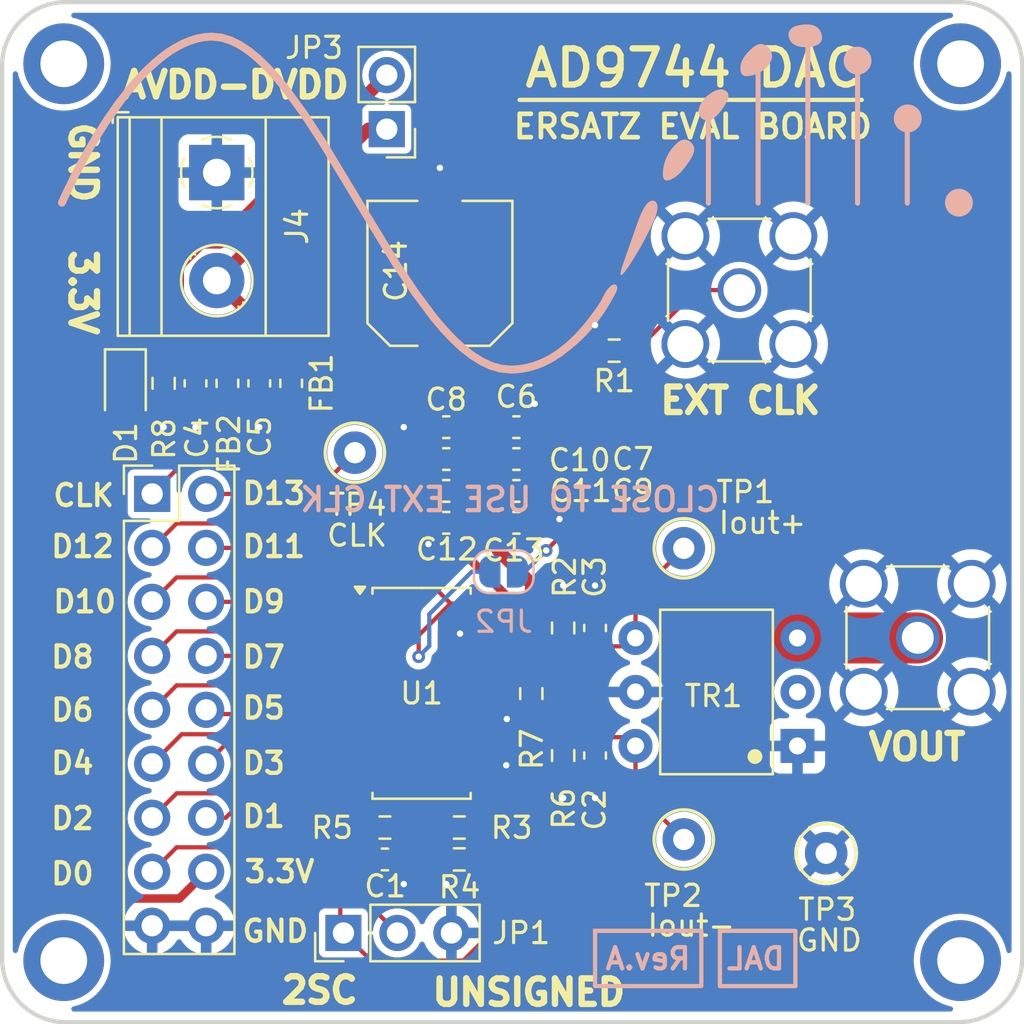
<source format=kicad_pcb>
(kicad_pcb (version 20240108) (generator "pcbnew") (generator_version "8.0")
  (layers (0 "F.Cu" signal) (31 "B.Cu" signal) (34 "B.Paste" user) (35 "F.Paste" user) (36 "B.SilkS" user "B.Silkscreen") (37 "F.SilkS" user "F.Silkscreen") (38 "B.Mask" user) (39 "F.Mask" user) (44 "Edge.Cuts" user))
  (net 0 "")
  (net 1 "GND")
  (net 2 "Net-(U1-REFIO)")
  (net 3 "Net-(U1-IOUTB)")
  (net 4 "Net-(U1-IOUTA)")
  (net 5 "Net-(D1-A)")
  (net 6 "/AVDD")
  (net 7 "/DVDD")
  (net 8 "Net-(D1-K)")
  (net 9 "Net-(J1-Pin_1)")
  (net 10 "Net-(J2-In)")
  (net 11 "Net-(J3-In)")
  (net 12 "Net-(JP1-C)")
  (net 13 "Net-(U1-SLEEP)")
  (net 14 "Net-(U1-FS_ADJ)")
  (net 15 "Net-(J1-Pin_2)")
  (net 16 "Net-(J1-Pin_3)")
  (net 17 "Net-(J1-Pin_4)")
  (net 18 "Net-(J1-Pin_5)")
  (net 19 "Net-(J1-Pin_6)")
  (net 20 "Net-(J1-Pin_7)")
  (net 21 "Net-(J1-Pin_8)")
  (net 22 "Net-(J1-Pin_9)")
  (net 23 "Net-(J1-Pin_11)")
  (net 24 "Net-(J1-Pin_10)")
  (net 25 "Net-(J1-Pin_12)")
  (net 26 "Net-(J1-Pin_13)")
  (net 27 "Net-(J1-Pin_14)")
  (net 28 "Net-(J4-Pin_2)")
  (net 29 "Net-(J1-Pin_15)")
  (footprint "Capacitor_SMD:C_0603_1608Metric_Pad1.08x0.95mm_HandSolder" (layer "F.Cu") (at 141.8725 99)
    (property "Reference" "C7")
    (property "Value" "10u" (hide yes))
  )
  (footprint "Connector_PinHeader_2.54mm:PinHeader_1x03_P2.54mm_Vertical" (layer "F.Cu") (at 133.735 121.3 90)
    (property "Reference" "JP1")
    (property "Value" "Jumper" (hide yes))
  )
  (footprint "Resistor_SMD:R_0603_1608Metric_Pad0.98x0.95mm_HandSolder" (layer "F.Cu") (at 144.075 112.95 -90)
    (property "Reference" "R6")
    (property "Value" "50" (hide yes))
  )
  (footprint "MountingHole:MountingHole_2.2mm_M2_DIN965_Pad" (layer "F.Cu") (at 162.775 122.6)
    (property "Reference" "H4" (hide yes))
    (property "Value" "MountingHole" (hide yes))
  )
  (footprint "Capacitor_SMD:C_0603_1608Metric_Pad1.08x0.95mm_HandSolder" (layer "F.Cu") (at 141.8725 100.5)
    (property "Reference" "C9")
    (property "Value" "0.1u" (hide yes))
  )
  (footprint "Resistor_SMD:R_0603_1608Metric_Pad0.98x0.95mm_HandSolder" (layer "F.Cu") (at 144.075 106.95 90)
    (property "Reference" "R2")
    (property "Value" "50" (hide yes))
  )
  (footprint "Capacitor_SMD:C_0603_1608Metric_Pad1.08x0.95mm_HandSolder" (layer "F.Cu") (at 138.5725 102 180)
    (property "Reference" "C12")
    (property "Value" "0.1u" (hide yes))
  )
  (footprint "Inductor_SMD:L_0603_1608Metric_Pad1.05x0.95mm_HandSolder" (layer "F.Cu") (at 128.275 95.4375 -90)
    (property "Reference" "FB2")
    (property "Value" "BLM18KN601EH1D" (hide yes))
  )
  (footprint "Capacitor_SMD:C_0603_1608Metric_Pad1.08x0.95mm_HandSolder" (layer "F.Cu") (at 145.575 112.95 -90)
    (property "Reference" "C2")
    (property "Value" "DNP" (hide yes))
  )
  (footprint "Resistor_SMD:R_0603_1608Metric_Pad0.98x0.95mm_HandSolder" (layer "F.Cu") (at 142.575 110.0375 -90)
    (property "Reference" "R7")
    (property "Value" "DNP" (hide yes))
  )
  (footprint "Connector_PinHeader_2.54mm:PinHeader_2x09_P2.54mm_Vertical" (layer "F.Cu") (at 124.735 100.64)
    (property "Reference" "J1" (hide yes))
    (property "Value" "Conn_02x09" (hide yes))
  )
  (footprint "Capacitor_SMD:C_0603_1608Metric_Pad1.08x0.95mm_HandSolder" (layer "F.Cu") (at 141.875 102)
    (property "Reference" "C13")
    (property "Value" "0.1u" (hide yes))
  )
  (footprint "Inductor_SMD:L_0603_1608Metric_Pad1.05x0.95mm_HandSolder" (layer "F.Cu") (at 131.275 95.4375 -90)
    (property "Reference" "FB1")
    (property "Value" "BLM18KN601EH1D" (hide yes))
  )
  (footprint "Resistor_SMD:R_0603_1608Metric_Pad0.98x0.95mm_HandSolder" (layer "F.Cu") (at 146.475 93.9 180)
    (property "Reference" "R1")
    (property "Value" "50" (hide yes))
  )
  (footprint "Connector_Coaxial:SMA_Amphenol_901-144_Vertical" (layer "F.Cu") (at 152.365 91.05)
    (property "Reference" "J2" (hide yes))
    (property "Value" "SMA" (hide yes))
  )
  (footprint "Connector_Coaxial:SMA_Amphenol_901-144_Vertical" (layer "F.Cu") (at 160.76 107.41)
    (property "Reference" "J3" (hide yes))
    (property "Value" "SMA" (hide yes))
  )
  (footprint "Resistor_SMD:R_0603_1608Metric_Pad0.98x0.95mm_HandSolder" (layer "F.Cu") (at 135.6875 116.34)
    (property "Reference" "R5")
    (property "Value" "2k" (hide yes))
  )
  (footprint "Resistor_SMD:R_0603_1608Metric_Pad0.98x0.95mm_HandSolder" (layer "F.Cu") (at 125.275 95.4375 -90)
    (property "Reference" "R8")
    (property "Value" "50" (hide yes))
  )
  (footprint "Package_SO:TSSOP-28_4.4x9.7mm_P0.65mm" (layer "F.Cu") (at 137.4125 110.025)
    (property "Reference" "U1")
    (property "Value" "AD97444ARUZRL7" (hide yes))
  )
  (footprint "TestPoint:TestPoint_Keystone_5000-5004_Miniature" (layer "F.Cu") (at 149.75 116.9)
    (property "Reference" "TP2")
    (property "Value" "~" (hide yes))
  )
  (footprint "Capacitor_SMD:C_0603_1608Metric_Pad1.08x0.95mm_HandSolder" (layer "F.Cu") (at 145.575 106.95 90)
    (property "Reference" "C3")
    (property "Value" "DNP" (hide yes))
  )
  (footprint "Capacitor_SMD:C_0603_1608Metric_Pad1.08x0.95mm_HandSolder" (layer "F.Cu") (at 126.775 95.4375 -90)
    (property "Reference" "C4")
    (property "Value" "0.1u" (hide yes))
  )
  (footprint "Resistor_SMD:R_0603_1608Metric_Pad0.98x0.95mm_HandSolder" (layer "F.Cu") (at 139.1875 117.84 180)
    (property "Reference" "R4")
    (property "Value" "10k" (hide yes))
  )
  (footprint "Resistor_SMD:R_0603_1608Metric_Pad0.98x0.95mm_HandSolder" (layer "F.Cu") (at 139.1875 116.34 180)
    (property "Reference" "R3")
    (property "Value" "DNP" (hide yes))
  )
  (footprint "Capacitor_SMD:C_0603_1608Metric_Pad1.08x0.95mm_HandSolder" (layer "F.Cu") (at 138.5725 100.5 180)
    (property "Reference" "C11")
    (property "Value" "0.1u" (hide yes))
  )
  (footprint "Capacitor_SMD:C_0603_1608Metric_Pad1.08x0.95mm_HandSolder" (layer "F.Cu") (at 129.775 95.4375 -90)
    (property "Reference" "C5")
    (property "Value" "0.1u" (hide yes))
  )
  (footprint "MountingHole:MountingHole_2.2mm_M2_DIN965_Pad" (layer "F.Cu") (at 162.775 80.4)
    (property "Reference" "H2" (hide yes))
    (property "Value" "MountingHole" (hide yes))
  )
  (footprint "LED_SMD:LED_0805_2012Metric_Pad1.15x1.40mm_HandSolder" (layer "F.Cu") (at 123.475 95.7 -90)
    (property "Reference" "D1")
    (property "Value" "AP2012SGD3" (hide yes))
  )
  (footprint "MountingHole:MountingHole_2.2mm_M2_DIN965_Pad" (layer "F.Cu") (at 120.575 122.6)
    (property "Reference" "H3" (hide yes))
    (property "Value" "MountingHole" (hide yes))
  )
  (footprint "Connector_PinHeader_2.54mm:PinHeader_1x02_P2.54mm_Vertical" (layer "F.Cu") (at 135.775 83.475 180)
    (property "Reference" "JP3")
    (property "Value" "Jumper" (hide yes))
  )
  (footprint "TestPoint:TestPoint_Keystone_5000-5004_Miniature" (layer "F.Cu") (at 156.45 117.55)
    (property "Reference" "TP3")
    (property "Value" "~" (hide yes))
  )
  (footprint "Capacitor_SMD:C_0603_1608Metric_Pad1.08x0.95mm_HandSolder" (layer "F.Cu") (at 141.8725 97.5)
    (property "Reference" "C6")
    (property "Value" "10u" (hide yes))
  )
  (footprint "MountingHole:MountingHole_2.2mm_M2_DIN965_Pad" (layer "F.Cu") (at 120.575 80.4)
    (property "Reference" "H1" (hide yes))
    (property "Value" "MountingHole" (hide yes))
  )
  (footprint "Capacitor_SMD:C_0603_1608Metric_Pad1.08x0.95mm_HandSolder" (layer "F.Cu") (at 138.5725 97.5 180)
    (property "Reference" "C8")
    (property "Value" "10u" (hide yes))
  )
  (footprint "Capacitor_SMD:C_Elec_6.3x7.7" (layer "F.Cu") (at 138.275 90.2625 90)
    (property "Reference" "C14")
    (property "Value" "100u" (hide yes))
  )
  (footprint "TestPoint:TestPoint_Keystone_5000-5004_Miniature" (layer "F.Cu") (at 134.275 98.7)
    (property "Reference" "TP4")
    (property "Value" "~")
  )
  (footprint "TerminalBlock_Phoenix:TerminalBlock_Phoenix_MKDS-1,5-2-5.08_1x02_P5.08mm_Horizontal" (layer "F.Cu") (at 127.775 85.52 -90)
    (property "Reference" "J4")
    (property "Value" "Screw Terminal 01x02" (hide yes))
  )
  (footprint "Package_DIP:DIP-6_W7.62mm" (layer "F.Cu") (at 155.1 112.5 180)
    (property "Reference" "TR1")
    (property "Value" "T1-6T+" (hide yes))
  )
  (footprint "TestPoint:TestPoint_Keystone_5000-5004_Miniature" (layer "F.Cu") (at 149.75 103.2)
    (property "Reference" "TP1")
    (property "Value" "~" (hide yes))
  )
  (footprint "Capacitor_SMD:C_0603_1608Metric_Pad1.08x0.95mm_HandSolder" (layer "F.Cu") (at 135.6875 117.84)
    (property "Reference" "C1")
    (property "Value" "0.1u" (hide yes))
  )
  (footprint "Capacitor_SMD:C_0603_1608Metric_Pad1.08x0.95mm_HandSolder" (layer "F.Cu") (at 138.5725 99 180)
    (property "Reference" "C10")
    (property "Value" "10u" (hide yes))
  )
  (footprint "Jumper:SolderJumper-2_P1.3mm_Open_RoundedPad1.0x1.5mm" (layer "B.Cu") (at 141.275 104.3)
    (property "Reference" "JP2")
    (property "Value" "Solder Jumper" (hide yes))
  )
  (gr_line (start 141.592825 94.788048) (end 141.774572 94.783626) (stroke (width 0.370681)) (layer "B.SilkS"))
  (gr_line (start 155.587168 86.956383) (end 155.587168 79.085823) (stroke (width 0.238124)) (layer "B.SilkS"))
  (gr_line (start 145.708787 92.107293) (end 145.936342 91.777463) (stroke (width 0.370681)) (layer "B.SilkS"))
  (gr_line (start 137.10107 91.155134) (end 137.985816 92.340611) (stroke (width 0.370681)) (layer "B.SilkS"))
  (gr_line (start 131.877332 82.757366) (end 132.74164 84.080512) (stroke (width 0.370681)) (layer "B.SilkS"))
  (gr_line (start 132.74164 84.080512) (end 134.47557 86.95625) (stroke (width 0.370681)) (layer "B.SilkS"))
  (gr_line (start 145.936342 91.777463) (end 146.156623 91.438689) (stroke (width 0.370681)) (layer "B.SilkS"))
  (gr_line (start 138.876611 93.342531) (end 139.324511 93.760316) (stroke (width 0.370681)) (layer "B.SilkS"))
  (gr_line (start 157.926878 86.956383) (end 157.926878 80.043616) (stroke (width 0.238124)) (layer "B.SilkS"))
  (gr_line (start 130.150259 80.56997) (end 130.58207 81.045117) (stroke (width 0.370681)) (layer "B.SilkS"))
  (gr_rect (start 145.575 121.2) (end 150.575 123.8) (stroke (width 0.2)) (fill none) (layer "B.SilkS"))
  (gr_line (start 127.203278 79.146864) (end 127.552184 79.124452) (stroke (width 0.370681)) (layer "B.SilkS"))
  (gr_line (start 142.129415 94.748922) (end 142.302586 94.719085) (stroke (width 0.370681)) (layer "B.SilkS"))
  (gr_line (start 140.67936 94.612138) (end 141.135006 94.743115) (stroke (width 0.370681)) (layer "B.SilkS"))
  (gr_line (start 120.490191 86.937068) (end 120.640427 86.60137) (stroke (width 0.370681)) (layer "B.SilkS"))
  (gr_poly (pts (xy 149.758023 83.968806) (xy 149.732097 83.972097) (xy 149.706558 83.977148) (xy 149.681412 83.983844) (xy 149.656665 83.992074) (xy 149.632326 84.001724) (xy 149.608401 84.012681) (xy 149.584896 84.024834) (xy 149.56182 84.038068) (xy 149.539178 84.052272) (xy 149.516979 84.067333) (xy 149.495228 84.083137) (xy 149.473933 84.099573) (xy 149.4531 84.116526) (xy 149.432738 84.133885) (xy 149.412852 84.151537) (xy 149.33814 84.222847) (xy 149.267474 84.298098) (xy 149.200965 84.377029) (xy 149.138727 84.459384) (xy 149.080873 84.544902) (xy 149.027517 84.633326) (xy 148.978772 84.724397) (xy 148.93475 84.817857) (xy 148.895565 84.913447) (xy 148.86133 85.010908) (xy 148.832158 85.109982) (xy 148.808163 85.210411) (xy 148.789457 85.311937) (xy 148.776155 85.414299) (xy 148.768368 85.517241) (xy 148.76621 85.620503) (xy 148.766992 85.652822) (xy 148.767917 85.669146) (xy 148.769286 85.685479) (xy 148.771164 85.701746) (xy 148.773615 85.71787) (xy 148.776705 85.733776) (xy 148.780498 85.749388) (xy 148.785061 85.764632) (xy 148.790457 85.779431) (xy 148.796753 85.793711) (xy 148.804013 85.807394) (xy 148.812302 85.820406) (xy 148.821686 85.832671) (xy 148.826809 85.8385) (xy 148.83223 85.844114) (xy 148.837957 85.849503) (xy 148.843998 85.854659) (xy 148.8514 85.860307) (xy 148.859011 85.865454) (xy 148.866823 85.870113) (xy 148.874821 85.874297) (xy 148.882997 85.87802) (xy 148.891338 85.881295) (xy 148.899832 85.884135) (xy 148.90847 85.886554) (xy 148.917238 85.888564) (xy 148.926127 85.89018) (xy 148.94422 85.89228) (xy 148.962657 85.892961) (xy 148.98135 85.89233) (xy 149.000206 85.890492) (xy 149.019137 85.887554) (xy 149.038052 85.883624) (xy 149.05686 85.878807) (xy 149.075471 85.873211) (xy 149.093795 85.866941) (xy 149.111741 85.860104) (xy 149.12922 85.852808) (xy 149.192707 85.822894) (xy 149.254048 85.789559) (xy 149.313335 85.753029) (xy 149.37066 85.71353) (xy 149.426115 85.671286) (xy 149.479793 85.626524) (xy 149.531786 85.579469) (xy 149.582186 85.530347) (xy 149.631085 85.479383) (xy 149.678576 85.426803) (xy 149.724751 85.372832) (xy 149.769701 85.317696) (xy 149.81352 85.261621) (xy 149.8563 85.204831) (xy 149.939109 85.090013) (xy 149.991776 85.014594) (xy 150.047212 84.931507) (xy 150.074864 84.887599) (xy 150.101885 84.842387) (xy 150.127832 84.796074) (xy 150.152263 84.748866) (xy 150.174739 84.700967) (xy 150.194816 84.65258) (xy 150.212055 84.60391) (xy 150.226012 84.555162) (xy 150.236247 84.506539) (xy 150.239831 84.482338) (xy 150.242319 84.458246) (xy 150.243655 84.434287) (xy 150.243785 84.410487) (xy 150.242653 84.386871) (xy 150.240205 84.363466) (xy 150.2371 84.344721) (xy 150.232873 84.326014) (xy 150.227564 84.307384) (xy 150.221213 84.288866) (xy 150.213861 84.270499) (xy 150.205548 84.25232) (xy 150.196314 84.234365) (xy 150.1862 84.216672) (xy 150.175247 84.199279) (xy 150.163494 84.182222) (xy 150.150981 84.165538) (xy 150.13775 84.149266) (xy 150.109293 84.118102) (xy 150.078445 84.089028) (xy 150.045529 84.062341) (xy 150.028396 84.049986) (xy 150.010867 84.038339) (xy 149.992983 84.027438) (xy 149.974783 84.01732) (xy 149.956309 84.008023) (xy 149.9376 83.999582) (xy 149.918697 83.992036) (xy 149.89964 83.985422) (xy 149.88047 83.979776) (xy 149.861226 83.975137) (xy 149.84195 83.971541) (xy 149.822681 83.969026) (xy 149.803461 83.967629) (xy 149.784328 83.967386) (xy 149.784327 83.967386)) (stroke (width -0.000001)) (fill solid) (layer "B.SilkS"))
  (gr_line (start 128.420211 79.300362) (end 128.853332 79.511644) (stroke (width 0.370681)) (layer "B.SilkS"))
  (gr_line (start 143.127414 94.453957) (end 143.284434 94.379302) (stroke (width 0.370681)) (layer "B.SilkS"))
  (gr_line (start 141.774572 94.783626) (end 141.953423 94.77051) (stroke (width 0.370681)) (layer "B.SilkS"))
  (gr_line (start 127.986526 79.169386) (end 128.420211 79.300362) (stroke (width 0.370681)) (layer "B.SilkS"))
  (gr_line (start 126.176274 79.460151) (end 126.514789 79.317574) (stroke (width 0.370681)) (layer "B.SilkS"))
  (gr_line (start 130.58207 81.045117) (end 131.01379 81.571889) (stroke (width 0.370681)) (layer "B.SilkS"))
  (gr_line (start 142.967794 94.5217) (end 143.127414 94.453957) (stroke (width 0.370681)) (layer "B.SilkS"))
  (gr_poly (pts (xy 160.253542 82.319619) (xy 160.220299 82.322146) (xy 160.18754 82.326309) (xy 160.155306 82.332066) (xy 160.123637 82.339375) (xy 160.092574 82.348195) (xy 160.06216 82.358487) (xy 160.032434 82.370207) (xy 160.003439 82.383315) (xy 159.975215 82.397771) (xy 159.947803 82.413532) (xy 159.921245 82.430559) (xy 159.895581 82.448809) (xy 159.870853 82.468241) (xy 159.847102 82.488815) (xy 159.824369 82.510489) (xy 159.802695 82.533222) (xy 159.782121 82.556973) (xy 159.762689 82.581701) (xy 159.744439 82.607365) (xy 159.727413 82.633923) (xy 159.711651 82.661335) (xy 159.697196 82.689559) (xy 159.684087 82.718554) (xy 159.672367 82.74828) (xy 159.662076 82.778694) (xy 159.653255 82.809756) (xy 159.645946 82.841425) (xy 159.640189 82.87366) (xy 159.636026 82.906419) (xy 159.633499 82.939661) (xy 159.632647 82.973346) (xy 159.633499 83.007031) (xy 159.636026 83.040273) (xy 159.640189 83.073032) (xy 159.645946 83.105267) (xy 159.653255 83.136936) (xy 159.662076 83.167998) (xy 159.672367 83.198412) (xy 159.684087 83.228138) (xy 159.697196 83.257133) (xy 159.711651 83.285357) (xy 159.727413 83.312769) (xy 159.744439 83.339328) (xy 159.762689 83.364991) (xy 159.782121 83.389719) (xy 159.802695 83.41347) (xy 159.824369 83.436204) (xy 159.847102 83.457877) (xy 159.870853 83.478451) (xy 159.895581 83.497884) (xy 159.921245 83.516133) (xy 159.947803 83.53316) (xy 159.975215 83.548921) (xy 160.003439 83.563377) (xy 160.032434 83.576485) (xy 160.06216 83.588206) (xy 160.092574 83.598497) (xy 160.123637 83.607317) (xy 160.155306 83.614627) (xy 160.18754 83.620383) (xy 160.220299 83.624546) (xy 160.253542 83.627073) (xy 160.287226 83.627925) (xy 160.320911 83.627073) (xy 160.354153 83.624546) (xy 160.386912 83.620383) (xy 160.419146 83.614627) (xy 160.450815 83.607317) (xy 160.481878 83.598497) (xy 160.512292 83.588206) (xy 160.542017 83.576485) (xy 160.571013 83.563377) (xy 160.599237 83.548921) (xy 160.626649 83.53316) (xy 160.653207 83.516133) (xy 160.678871 83.497884) (xy 160.703599 83.478451) (xy 160.72735 83.457877) (xy 160.750083 83.436204) (xy 160.771757 83.41347) (xy 160.792331 83.389719) (xy 160.811763 83.364991) (xy 160.830013 83.339328) (xy 160.847039 83.312769) (xy 160.8628 83.285357) (xy 160.877256 83.257133) (xy 160.890364 83.228138) (xy 160.902085 83.198412) (xy 160.912376 83.167998) (xy 160.921197 83.136936) (xy 160.928506 83.105267) (xy 160.934262 83.073032) (xy 160.938425 83.040273) (xy 160.940953 83.007031) (xy 160.941804 82.973346) (xy 160.940953 82.939661) (xy 160.938425 82.906419) (xy 160.934262 82.87366) (xy 160.928506 82.841425) (xy 160.921197 82.809756) (xy 160.912376 82.778694) (xy 160.902085 82.74828) (xy 160.890364 82.718554) (xy 160.877256 82.689559) (xy 160.8628 82.661335) (xy 160.847039 82.633923) (xy 160.830013 82.607365) (xy 160.811763 82.581701) (xy 160.792331 82.556973) (xy 160.771757 82.533222) (xy 160.750083 82.510489) (xy 160.72735 82.488815) (xy 160.703599 82.468241) (xy 160.678871 82.448809) (xy 160.653207 82.430559) (xy 160.626649 82.413532) (xy 160.599237 82.397771) (xy 160.571013 82.383315) (xy 160.542017 82.370207) (xy 160.512292 82.358487) (xy 160.481878 82.348195) (xy 160.450815 82.339375) (xy 160.419146 82.332066) (xy 160.386912 82.326309) (xy 160.354153 82.322146) (xy 160.320911 82.319619) (xy 160.287226 82.318767)) (stroke (width -0.000001)) (fill solid) (layer "B.SilkS"))
  (gr_line (start 153.247193 86.956383) (end 153.247193 80.043616) (stroke (width 0.238124)) (layer "B.SilkS"))
  (gr_line (start 139.774207 94.115003) (end 140.225792 94.400856) (stroke (width 0.370681)) (layer "B.SilkS"))
  (gr_poly (pts (xy 146.478899 90.783866) (xy 146.472333 90.784177) (xy 146.465764 90.784765) (xy 146.452634 90.786731) (xy 146.439544 90.789682) (xy 146.426533 90.793536) (xy 146.413636 90.798212) (xy 146.40089 90.803628) (xy 146.388333 90.809702) (xy 146.376002 90.816352) (xy 146.363932 90.823497) (xy 146.352161 90.831055) (xy 146.340725 90.838943) (xy 146.329662 90.847081) (xy 146.287797 90.881021) (xy 146.248484 90.917319) (xy 146.211515 90.955772) (xy 146.176683 90.996179) (xy 146.143779 91.038336) (xy 146.112596 91.08204) (xy 146.082926 91.127089) (xy 146.054561 91.173281) (xy 146.027294 91.220412) (xy 146.000917 91.268279) (xy 145.950001 91.365414) (xy 145.849708 91.559606) (xy 145.799037 91.650603) (xy 145.745921 91.739703) (xy 145.690466 91.826993) (xy 145.632782 91.91256) (xy 145.572977 91.996489) (xy 145.51116 92.078867) (xy 145.44744 92.159782) (xy 145.381924 92.23932) (xy 145.381925 92.23932) (xy 145.301722 92.382715) (xy 145.215506 92.522514) (xy 145.12359 92.658764) (xy 145.026288 92.79151) (xy 144.923911 92.920797) (xy 144.816773 93.046671) (xy 144.705187 93.169177) (xy 144.589465 93.28836) (xy 144.46992 93.404266) (xy 144.346864 93.51694) (xy 144.220612 93.626427) (xy 144.091474 93.732773) (xy 143.959765 93.836023) (xy 143.825796 93.936222) (xy 143.689881 94.033416) (xy 143.552332 94.127651) (xy 143.5934 94.116513) (xy 143.612952 94.111046) (xy 143.631641 94.105623) (xy 143.649313 94.100225) (xy 143.665813 94.094833) (xy 143.680986 94.089428) (xy 143.694677 94.083992) (xy 143.753164 94.058793) (xy 143.811338 94.032808) (xy 143.869183 94.006049) (xy 143.926684 93.978523) (xy 143.983826 93.950241) (xy 144.040592 93.921211) (xy 144.096967 93.891444) (xy 144.152937 93.860948) (xy 144.170162 93.852118) (xy 144.182515 93.847324) (xy 144.190319 93.846295) (xy 144.193895 93.848757) (xy 144.193568 93.854439) (xy 144.189659 93.863069) (xy 144.172387 93.888085) (xy 144.144661 93.921627) (xy 144.109064 93.961519) (xy 144.02458 94.051647) (xy 143.939587 94.141055) (xy 143.874739 94.212331) (xy 143.856323 94.235729) (xy 143.851747 94.243415) (xy 143.850688 94.248063) (xy 143.85347 94.249401) (xy 143.860416 94.247158) (xy 143.888088 94.230837) (xy 144.087809 94.094285) (xy 144.318594 93.924089) (xy 144.44374 93.82579) (xy 144.574376 93.718379) (xy 144.709745 93.601622) (xy 144.849088 93.475285) (xy 144.991646 93.339135) (xy 145.13666 93.192938) (xy 145.283373 93.03646) (xy 145.431026 92.869468) (xy 145.578861 92.691727) (xy 145.726118 92.503005) (xy 145.872039 92.303067) (xy 146.015867 92.09168) (xy 146.08986 91.977581) (xy 146.16252 91.862655) (xy 146.233704 91.746841) (xy 146.30327 91.630082) (xy 146.371074 91.512318) (xy 146.436975 91.39349) (xy 146.500829 91.27354) (xy 146.562495 91.152409) (xy 146.573565 91.128762) (xy 146.583822 91.10386) (xy 146.593068 91.078005) (xy 146.601103 91.0515) (xy 146.607729 91.024645) (xy 146.612747 90.997744) (xy 146.615958 90.971098) (xy 146.616824 90.957965) (xy 146.617164 90.945009) (xy 146.616952 90.932268) (xy 146.616165 90.919779) (xy 146.614776 90.90758) (xy 146.612762 90.895709) (xy 146.610098 90.884204) (xy 146.606758 90.873103) (xy 146.602718 90.862442) (xy 146.597952 90.85226) (xy 146.592437 90.842595) (xy 146.586147 90.833485) (xy 146.579057 90.824966) (xy 146.571143 90.817078) (xy 146.56238 90.809857) (xy 146.552742 90.803341) (xy 146.542205 90.797569) (xy 146.530744 90.792577) (xy 146.524373 90.790304) (xy 146.517961 90.78839) (xy 146.511513 90.786824) (xy 146.505034 90.785597) (xy 146.498529 90.784698) (xy 146.492001 90.784116) (xy 146.485456 90.783843)) (stroke (width -0.000001)) (fill solid) (layer "B.SilkS"))
  (gr_line (start 150.907484 86.956383) (end 150.907484 82.723314) (stroke (width 0.238124)) (layer "B.SilkS"))
  (gr_line (start 160.266589 86.956383) (end 160.266589 82.788403) (stroke (width 0.238124)) (layer "B.SilkS"))
  (gr_line (start 144.979509 93.025301) (end 145.230668 92.732993) (stroke (width 0.370681)) (layer "B.SilkS"))
  (gr_line (start 144.451506 93.559922) (end 144.719887 93.301538) (stroke (width 0.370681)) (layer "B.SilkS"))
  (gr_line (start 121.739733 84.465108) (end 122.156051 83.759378) (stroke (width 0.370681)) (layer "B.SilkS"))
  (gr_line (start 122.156051 83.759378) (end 122.620417 83.03076) (stroke (width 0.370681)) (layer "B.SilkS"))
  (gr_rect (start 151.45 121.2) (end 155 123.8) (stroke (width 0.2)) (fill none) (layer "B.SilkS"))
  (gr_line (start 142.64061 94.635555) (end 142.805539 94.582306) (stroke (width 0.370681)) (layer "B.SilkS"))
  (gr_line (start 137.985816 92.340611) (end 138.43041 92.867384) (stroke (width 0.370681)) (layer "B.SilkS"))
  (gr_line (start 145.230668 92.732993) (end 145.473662 92.426397) (stroke (width 0.370681)) (layer "B.SilkS"))
  (gr_poly (pts (xy 157.893194 79.598908) (xy 157.859951 79.601436) (xy 157.827192 79.605598) (xy 157.794958 79.611355) (xy 157.763289 79.618664) (xy 157.732226 79.627485) (xy 157.701812 79.637776) (xy 157.672087 79.649496) (xy 157.643091 79.662605) (xy 157.614867 79.677061) (xy 157.587455 79.692822) (xy 157.560897 79.709848) (xy 157.535233 79.728098) (xy 157.510505 79.747531) (xy 157.486754 79.768104) (xy 157.464021 79.789778) (xy 157.442347 79.812512) (xy 157.421773 79.836263) (xy 157.402341 79.860991) (xy 157.384091 79.886654) (xy 157.367065 79.913213) (xy 157.351303 79.940625) (xy 157.336848 79.968849) (xy 157.323739 79.997844) (xy 157.312019 80.02757) (xy 157.301728 80.057984) (xy 157.292907 80.089046) (xy 157.285598 80.120715) (xy 157.279841 80.15295) (xy 157.275679 80.185709) (xy 157.273151 80.218951) (xy 157.272299 80.252635) (xy 157.273151 80.28632) (xy 157.275679 80.319562) (xy 157.279841 80.352321) (xy 157.285598 80.384556) (xy 157.292907 80.416225) (xy 157.301728 80.447287) (xy 157.312019 80.477702) (xy 157.323739 80.507427) (xy 157.336848 80.536423) (xy 157.351303 80.564647) (xy 157.367065 80.592059) (xy 157.384091 80.618617) (xy 157.402341 80.644281) (xy 157.421773 80.669009) (xy 157.442347 80.69276) (xy 157.464021 80.715493) (xy 157.486754 80.737167) (xy 157.510505 80.75774) (xy 157.535233 80.777173) (xy 157.560897 80.795423) (xy 157.587455 80.812449) (xy 157.614867 80.82821) (xy 157.643091 80.842666) (xy 157.672087 80.855774) (xy 157.701812 80.867495) (xy 157.732226 80.877786) (xy 157.763289 80.886607) (xy 157.794958 80.893916) (xy 157.827192 80.899672) (xy 157.859951 80.903835) (xy 157.893194 80.906363) (xy 157.926878 80.907214) (xy 157.960563 80.906363) (xy 157.993805 80.903835) (xy 158.026564 80.899672) (xy 158.058799 80.893916) (xy 158.090468 80.886607) (xy 158.12153 80.877786) (xy 158.151944 80.867495) (xy 158.18167 80.855774) (xy 158.210665 80.842666) (xy 158.238889 80.82821) (xy 158.266301 80.812449) (xy 158.292859 80.795423) (xy 158.318523 80.777173) (xy 158.343251 80.75774) (xy 158.367002 80.737167) (xy 158.389735 80.715493) (xy 158.411409 80.69276) (xy 158.431983 80.669009) (xy 158.451415 80.644281) (xy 158.469665 80.618617) (xy 158.486691 80.592059) (xy 158.502453 80.564647) (xy 158.516908 80.536423) (xy 158.530017 80.507427) (xy 158.541737 80.477702) (xy 158.552028 80.447287) (xy 158.560849 80.416225) (xy 158.568158 80.384556) (xy 158.573915 80.352321) (xy 158.578077 80.319562) (xy 158.580605 80.28632) (xy 158.581457 80.252635) (xy 158.580605 80.218951) (xy 158.578077 80.185709) (xy 158.573915 80.15295) (xy 158.568158 80.120715) (xy 158.560849 80.089046) (xy 158.552028 80.057984) (xy 158.541737 80.02757) (xy 158.530017 79.997844) (xy 158.516908 79.968849) (xy 158.502453 79.940625) (xy 158.486691 79.913213) (xy 158.469665 79.886654) (xy 158.451415 79.860991) (xy 158.431983 79.836263) (xy 158.411409 79.812512) (xy 158.389735 79.789778) (xy 158.367002 79.768104) (xy 158.343251 79.747531) (xy 158.318523 79.728098) (xy 158.292859 79.709848) (xy 158.266301 79.692822) (xy 158.238889 79.677061) (xy 158.210665 79.662605) (xy 158.18167 79.649496) (xy 158.151944 79.637776) (xy 158.12153 79.627485) (xy 158.090468 79.618664) (xy 158.058799 79.611355) (xy 158.026564 79.605598) (xy 157.993805 79.601436) (xy 157.960563 79.598908) (xy 157.926878 79.598056)) (stroke (width -0.000001)) (fill solid) (layer "B.SilkS"))
  (gr_line (start 142.472972 94.681222) (end 142.64061 94.635555) (stroke (width 0.370681)) (layer "B.SilkS"))
  (gr_line (start 124.872881 80.345174) (end 125.190061 80.082432) (stroke (width 0.370681)) (layer "B.SilkS"))
  (gr_line (start 142.805539 94.582306) (end 142.967794 94.5217) (stroke (width 0.370681)) (layer "B.SilkS"))
  (gr_line (start 124.56237 80.630803) (end 124.872881 80.345174) (stroke (width 0.370681)) (layer "B.SilkS"))
  (gr_line (start 123.963494 81.259284) (end 124.259063 80.93646) (stroke (width 0.370681)) (layer "B.SilkS"))
  (gr_line (start 141.135006 94.743115) (end 141.592825 94.788048) (stroke (width 0.370681)) (layer "B.SilkS"))
  (gr_line (start 145.473662 92.426397) (end 145.708787 92.107293) (stroke (width 0.370681)) (layer "B.SilkS"))
  (gr_line (start 143.284434 94.379302) (end 143.438894 94.297957) (stroke (width 0.370681)) (layer "B.SilkS"))
  (gr_line (start 144.174067 93.798673) (end 144.451506 93.559922) (stroke (width 0.370681)) (layer "B.SilkS"))
  (gr_line (start 121.375737 85.12506) (end 121.739733 84.465108) (stroke (width 0.370681)) (layer "B.SilkS"))
  (gr_line (start 143.438894 94.297957) (end 143.590829 94.210144) (stroke (width 0.370681)) (layer "B.SilkS"))
  (gr_poly (pts (xy 155.473832 78.552161) (xy 155.418206 78.555143) (xy 155.362643 78.559774) (xy 155.307172 78.566049) (xy 155.251825 78.573961) (xy 155.196634 78.583503) (xy 155.141628 78.594671) (xy 155.08684 78.607457) (xy 155.056039 78.615685) (xy 155.025003 78.62515) (xy 154.993954 78.635942) (xy 154.963118 78.648149) (xy 154.932718 78.661861) (xy 154.902977 78.677169) (xy 154.874118 78.69416) (xy 154.846367 78.712926) (xy 154.819945 78.733555) (xy 154.795077 78.756137) (xy 154.783296 78.768188) (xy 154.771987 78.780762) (xy 154.761178 78.793868) (xy 154.750897 78.807518) (xy 154.741173 78.821724) (xy 154.732032 78.836496) (xy 154.723504 78.851847) (xy 154.715616 78.867786) (xy 154.708396 78.884325) (xy 154.701871 78.901476) (xy 154.696071 78.919249) (xy 154.691022 78.937656) (xy 154.685367 78.964228) (xy 154.681551 78.991096) (xy 154.6795 79.018165) (xy 154.679145 79.045342) (xy 154.680413 79.07253) (xy 154.683232 79.099637) (xy 154.687531 79.126567) (xy 154.693239 79.153225) (xy 154.700282 79.179518) (xy 154.70859 79.20535) (xy 154.718092 79.230627) (xy 154.728714 79.255255) (xy 154.740386 79.279138) (xy 154.753036 79.302183) (xy 154.766592 79.324295) (xy 154.780982 79.345378) (xy 154.798224 79.368179) (xy 154.816149 79.389678) (xy 154.834726 79.409913) (xy 154.853929 79.428924) (xy 154.87373 79.446747) (xy 154.894099 79.463423) (xy 154.91501 79.47899) (xy 154.936433 79.493487) (xy 154.95834 79.506952) (xy 154.980704 79.519424) (xy 155.003496 79.530941) (xy 155.026688 79.541543) (xy 155.074158 79.560154) (xy 155.12289 79.575566) (xy 155.172657 79.588088) (xy 155.223234 79.598029) (xy 155.274395 79.6057) (xy 155.325916 79.611408) (xy 155.37757 79.615464) (xy 155.429131 79.618176) (xy 155.531075 79.620809) (xy 155.588181 79.620313) (xy 155.650279 79.616995) (xy 155.715911 79.610336) (xy 155.78362 79.59982) (xy 155.85195 79.584932) (xy 155.919443 79.565153) (xy 155.984641 79.539967) (xy 156.015924 79.525185) (xy 156.046087 79.508858) (xy 156.074948 79.490921) (xy 156.102325 79.471309) (xy 156.128034 79.449958) (xy 156.151896 79.426803) (xy 156.173726 79.40178) (xy 156.193343 79.374825) (xy 156.210565 79.345871) (xy 156.22521 79.314856) (xy 156.237095 79.281714) (xy 156.246038 79.246381) (xy 156.251858 79.208792) (xy 156.254372 79.168883) (xy 156.253397 79.126589) (xy 156.248752 79.081845) (xy 156.240255 79.034587) (xy 156.227723 78.98475) (xy 156.227459 78.984752) (xy 156.217895 78.954429) (xy 156.206817 78.92509) (xy 156.194306 78.89676) (xy 156.180442 78.86946) (xy 156.165305 78.843214) (xy 156.148976 78.818046) (xy 156.131534 78.793979) (xy 156.11306 78.771035) (xy 156.093634 78.749239) (xy 156.073337 78.728613) (xy 156.052248 78.709181) (xy 156.030448 78.690966) (xy 156.008017 78.673991) (xy 155.985035 78.65828) (xy 155.961583 78.643855) (xy 155.93774 78.63074) (xy 155.913575 78.618884) (xy 155.889118 78.608186) (xy 155.864392 78.598592) (xy 155.839422 78.590052) (xy 155.814233 78.582514) (xy 155.788847 78.575925) (xy 155.763289 78.570234) (xy 155.737583 78.565388) (xy 155.711753 78.561336) (xy 155.685823 78.558026) (xy 155.659817 78.555406) (xy 155.633759 78.553424) (xy 155.581583 78.551165) (xy 155.529488 78.550835)) (stroke (width -0.000001)) (fill solid) (layer "B.SilkS"))
  (gr_line (start 141.953423 94.77051) (end 142.129415 94.748922) (stroke (width 0.370681)) (layer "B.SilkS"))
  (gr_line (start 129.285984 79.797497) (end 129.718261 80.152185) (stroke (width 0.370681)) (layer "B.SilkS"))
  (gr_line (start 143.887274 94.016007) (end 144.174067 93.798673) (stroke (width 0.370681)) (layer "B.SilkS"))
  (gr_line (start 122.620417 83.03076) (end 123.128557 82.302142) (stroke (width 0.370681)) (layer "B.SilkS"))
  (gr_line (start 131.01379 81.571889) (end 131.877332 82.757366) (stroke (width 0.370681)) (layer "B.SilkS"))
  (gr_poly (pts (xy 148.262232 86.840209) (xy 148.244154 86.842227) (xy 148.226301 86.845514) (xy 148.208806 86.850056) (xy 148.191799 86.85584) (xy 148.175335 86.862704) (xy 148.159369 86.870461) (xy 148.143882 86.879053) (xy 148.128857 86.888425) (xy 148.114278 86.898518) (xy 148.100126 86.909278) (xy 148.086383 86.920647) (xy 148.073034 86.932568) (xy 148.06006 86.944986) (xy 148.047443 86.957843) (xy 148.035167 86.971084) (xy 148.023214 86.98465) (xy 148.011566 86.998486) (xy 148.000206 87.012536) (xy 147.97828 87.041048) (xy 147.940844 87.093356) (xy 147.905349 87.146836) (xy 147.871671 87.201403) (xy 147.839684 87.256969) (xy 147.809264 87.313448) (xy 147.780288 87.370753) (xy 147.75263 87.428799) (xy 147.726166 87.487499) (xy 147.676322 87.606515) (xy 147.629763 87.727109) (xy 147.542513 87.970265) (xy 146.845864 89.952788) (xy 146.845863 89.952522) (xy 146.833393 89.992029) (xy 146.818387 90.046432) (xy 146.802898 90.109739) (xy 146.788978 90.175961) (xy 146.783247 90.208294) (xy 146.778679 90.239108) (xy 146.775528 90.267656) (xy 146.774053 90.293189) (xy 146.77451 90.314957) (xy 146.775543 90.324196) (xy 146.777155 90.332213) (xy 146.779378 90.338915) (xy 146.782244 90.344207) (xy 146.785786 90.347997) (xy 146.790035 90.350191) (xy 146.796051 90.351157) (xy 146.802665 90.350723) (xy 146.809842 90.348955) (xy 146.817549 90.345917) (xy 146.82575 90.341672) (xy 146.834412 90.336285) (xy 146.852978 90.322344) (xy 146.872973 90.304608) (xy 146.894119 90.283591) (xy 146.916142 90.259809) (xy 146.938766 90.233775) (xy 146.961715 90.206006) (xy 146.984715 90.177014) (xy 147.029762 90.117425) (xy 147.071702 90.059125) (xy 147.108331 90.006233) (xy 147.286214 89.737748) (xy 147.457857 89.465201) (xy 147.623168 89.188748) (xy 147.782059 88.908542) (xy 147.934437 88.62474) (xy 148.080215 88.337496) (xy 148.219302 88.046966) (xy 148.351608 87.753304) (xy 148.392482 87.65632) (xy 148.412824 87.604571) (xy 148.432491 87.55116) (xy 148.451025 87.49647) (xy 148.467968 87.440883) (xy 148.48286 87.384783) (xy 148.495243 87.328551) (xy 148.504659 87.27257) (xy 148.510649 87.217223) (xy 148.512755 87.162892) (xy 148.510519 87.10996) (xy 148.507628 87.084138) (xy 148.503481 87.058809) (xy 148.498018 87.034021) (xy 148.491183 87.009822) (xy 148.482918 86.986259) (xy 148.473167 86.963381) (xy 148.461871 86.941235) (xy 148.448974 86.919869) (xy 148.44388 86.912558) (xy 148.438432 86.905607) (xy 148.432647 86.899013) (xy 148.42654 86.892776) (xy 148.420128 86.886893) (xy 148.413428 86.881363) (xy 148.406456 86.876184) (xy 148.399229 86.871355) (xy 148.391762 86.866873) (xy 148.384072 86.862737) (xy 148.368091 86.855496) (xy 148.351416 86.849619) (xy 148.334178 86.845091) (xy 148.31651 86.8419) (xy 148.298542 86.840031) (xy 148.280405 86.839472)) (stroke (width -0.000001)) (fill solid) (layer "B.SilkS"))
  (gr_line (start 138.43041 92.867384) (end 138.876611 93.342531) (stroke (width 0.370681)) (layer "B.SilkS"))
  (gr_line (start 139.324511 93.760316) (end 139.774207 94.115003) (stroke (width 0.370681)) (layer "B.SilkS"))
  (gr_line (start 144.719887 93.301538) (end 144.979509 93.025301) (stroke (width 0.370681)) (layer "B.SilkS"))
  (gr_line (start 121.068338 85.716347) (end 121.375737 85.12506) (stroke (width 0.370681)) (layer "B.SilkS"))
  (gr_poly (pts (xy 153.333583 79.473351) (xy 153.294606 79.4788) (xy 153.25528 79.487951) (xy 153.215708 79.500955) (xy 153.215972 79.500955) (xy 153.200634 79.507095) (xy 153.185569 79.513782) (xy 153.170762 79.520981) (xy 153.156201 79.528658) (xy 153.141873 79.536777) (xy 153.127763 79.545302) (xy 153.113861 79.554198) (xy 153.100151 79.56343) (xy 153.086621 79.572963) (xy 153.073257 79.582762) (xy 153.046978 79.603014) (xy 153.021207 79.623906) (xy 152.99584 79.645154) (xy 152.936511 79.696459) (xy 152.878252 79.74911) (xy 152.821464 79.803311) (xy 152.793745 79.831057) (xy 152.766544 79.859267) (xy 152.739911 79.887967) (xy 152.713895 79.917183) (xy 152.688546 79.94694) (xy 152.663915 79.977263) (xy 152.640051 80.008179) (xy 152.617004 80.039712) (xy 152.594825 80.071889) (xy 152.573563 80.104735) (xy 152.553294 80.1383) (xy 152.534102 80.172582) (xy 152.516055 80.207533) (xy 152.49922 80.2431) (xy 152.483664 80.279232) (xy 152.469454 80.31588) (xy 152.456657 80.352992) (xy 152.44534 80.390518) (xy 152.43557 80.428406) (xy 152.427415 80.466606) (xy 152.420941 80.505068) (xy 152.416215 80.54374) (xy 152.413304 80.582572) (xy 152.412276 80.621513) (xy 152.413197 80.660512) (xy 152.416135 80.699518) (xy 152.418218 80.717341) (xy 152.420916 80.735233) (xy 152.424261 80.753109) (xy 152.428285 80.770881) (xy 152.433021 80.788463) (xy 152.438501 80.805771) (xy 152.444757 80.822718) (xy 152.451821 80.839217) (xy 152.459725 80.855183) (xy 152.468502 80.87053) (xy 152.478183 80.885171) (xy 152.488801 80.899021) (xy 152.500388 80.911993) (xy 152.512976 80.924002) (xy 152.526597 80.934962) (xy 152.533805 80.940021) (xy 152.541283 80.944786) (xy 152.552051 80.950876) (xy 152.563103 80.95627) (xy 152.574416 80.961005) (xy 152.585965 80.965118) (xy 152.597724 80.968645) (xy 152.60967 80.971622) (xy 152.621777 80.974086) (xy 152.63402 80.976073) (xy 152.646375 80.97762) (xy 152.658817 80.978763) (xy 152.67132 80.979539) (xy 152.683861 80.979984) (xy 152.696415 80.980134) (xy 152.708956 80.980027) (xy 152.733901 80.979183) (xy 152.821332 80.972215) (xy 152.90834 80.959174) (xy 152.994536 80.940244) (xy 153.07953 80.915607) (xy 153.162929 80.885449) (xy 153.244344 80.849952) (xy 153.323384 80.809301) (xy 153.399659 80.763678) (xy 153.472777 80.713268) (xy 153.542347 80.658255) (xy 153.607981 80.598822) (xy 153.669285 80.535153) (xy 153.725871 80.467431) (xy 153.777347 80.39584) (xy 153.823323 80.320565) (xy 153.863407 80.241788) (xy 153.877997 80.20606) (xy 153.88934 80.169623) (xy 153.897536 80.132628) (xy 153.902685 80.095228) (xy 153.904887 80.057574) (xy 153.904242 80.019818) (xy 153.900849 79.982114) (xy 153.89481 79.944612) (xy 153.886223 79.907465) (xy 153.875189 79.870825) (xy 153.861808 79.834845) (xy 153.84618 79.799676) (xy 153.828405 79.765471) (xy 153.808583 79.732381) (xy 153.786813 79.700559) (xy 153.763196 79.670156) (xy 153.737832 79.641326) (xy 153.710821 79.61422) (xy 153.682263 79.58899) (xy 153.652258 79.565789) (xy 153.620905 79.544768) (xy 153.588305 79.526079) (xy 153.554558 79.509875) (xy 153.519764 79.496309) (xy 153.484022 79.485531) (xy 153.447433 79.477694) (xy 153.410097 79.47295) (xy 153.372114 79.471452)) (stroke (width -0.000001)) (fill solid) (layer "B.SilkS"))
  (gr_line (start 142.302586 94.719085) (end 142.472972 94.681222) (stroke (width 0.370681)) (layer "B.SilkS"))
  (gr_line (start 128.853332 79.511644) (end 129.285984 79.797497) (stroke (width 0.370681)) (layer "B.SilkS"))
  (gr_line (start 134.47557 86.95625) (end 136.221616 89.831988) (stroke (width 0.370681)) (layer "B.SilkS"))
  (gr_poly (pts (xy 162.662837 86.283342) (xy 162.629595 86.28587) (xy 162.596836 86.290033) (xy 162.564601 86.295789) (xy 162.532932 86.303098) (xy 162.50187 86.311919) (xy 162.471455 86.32221) (xy 162.44173 86.33393) (xy 162.412735 86.347039) (xy 162.38451 86.361494) (xy 162.357099 86.377256) (xy 162.33054 86.394282) (xy 162.304877 86.412532) (xy 162.280149 86.431964) (xy 162.256397 86.452538) (xy 162.233664 86.474212) (xy 162.21199 86.496945) (xy 162.191417 86.520696) (xy 162.171984 86.545424) (xy 162.153734 86.571087) (xy 162.136708 86.597646) (xy 162.120947 86.625057) (xy 162.106491 86.653281) (xy 162.093383 86.682277) (xy 162.081662 86.712002) (xy 162.071371 86.742417) (xy 162.06255 86.773479) (xy 162.055241 86.805148) (xy 162.049485 86.837382) (xy 162.045322 86.870141) (xy 162.042794 86.903384) (xy 162.041943 86.937068) (xy 162.042794 86.970753) (xy 162.045322 87.003995) (xy 162.049485 87.036754) (xy 162.055241 87.068989) (xy 162.06255 87.100658) (xy 162.071371 87.13172) (xy 162.081662 87.162135) (xy 162.093383 87.19186) (xy 162.106491 87.220856) (xy 162.120947 87.24908) (xy 162.136708 87.276492) (xy 162.153734 87.30305) (xy 162.171984 87.328714) (xy 162.191417 87.353442) (xy 162.21199 87.377193) (xy 162.233664 87.399926) (xy 162.256397 87.421601) (xy 162.280149 87.442174) (xy 162.304877 87.461607) (xy 162.33054 87.479857) (xy 162.357099 87.496883) (xy 162.38451 87.512645) (xy 162.412735 87.5271) (xy 162.44173 87.540209) (xy 162.471455 87.551929) (xy 162.50187 87.56222) (xy 162.532932 87.571041) (xy 162.564601 87.57835) (xy 162.596836 87.584107) (xy 162.629595 87.588269) (xy 162.662837 87.590797) (xy 162.696522 87.591649) (xy 162.730206 87.590797) (xy 162.763449 87.588269) (xy 162.796208 87.584107) (xy 162.828442 87.57835) (xy 162.860111 87.571041) (xy 162.891174 87.56222) (xy 162.921588 87.551929) (xy 162.951314 87.540209) (xy 162.980309 87.5271) (xy 163.008533 87.512645) (xy 163.035945 87.496883) (xy 163.062503 87.479857) (xy 163.088167 87.461607) (xy 163.112895 87.442174) (xy 163.136646 87.421601) (xy 163.159379 87.399926) (xy 163.181053 87.377193) (xy 163.201627 87.353442) (xy 163.221059 87.328714) (xy 163.239309 87.30305) (xy 163.256335 87.276492) (xy 163.272097 87.24908) (xy 163.286552 87.220856) (xy 163.299661 87.19186) (xy 163.311381 87.162135) (xy 163.321672 87.13172) (xy 163.330493 87.100658) (xy 163.337802 87.068989) (xy 163.343559 87.036754) (xy 163.347721 87.003995) (xy 163.350249 86.970753) (xy 163.351101 86.937068) (xy 163.350249 86.903384) (xy 163.347721 86.870141) (xy 163.343559 86.837382) (xy 163.337802 86.805148) (xy 163.330493 86.773479) (xy 163.321672 86.742417) (xy 163.311381 86.712002) (xy 163.299661 86.682277) (xy 163.286552 86.653281) (xy 163.272097 86.625057) (xy 163.256335 86.597646) (xy 163.239309 86.571087) (xy 163.221059 86.545424) (xy 163.201627 86.520696) (xy 163.181053 86.496945) (xy 163.159379 86.474212) (xy 163.136646 86.452538) (xy 163.112895 86.431964) (xy 163.088167 86.412532) (xy 163.062503 86.394282) (xy 163.035945 86.377256) (xy 163.008533 86.361494) (xy 162.980309 86.347039) (xy 162.951314 86.33393) (xy 162.921588 86.32221) (xy 162.891174 86.311919) (xy 162.860111 86.303098) (xy 162.828442 86.295789) (xy 162.796208 86.290033) (xy 162.763449 86.28587) (xy 162.730206 86.283342) (xy 162.696522 86.282491)) (stroke (width -0.000001)) (fill solid) (layer "B.SilkS"))
  (gr_line (start 123.128557 82.302142) (end 123.676197 81.596413) (stroke (width 0.370681)) (layer "B.SilkS"))
  (gr_line (start 126.857302 79.212192) (end 127.203278 79.146864) (stroke (width 0.370681)) (layer "B.SilkS"))
  (gr_line (start 143.590829 94.210144) (end 143.887274 94.016007) (stroke (width 0.370681)) (layer "B.SilkS"))
  (gr_line (start 123.676197 81.596413) (end 123.963494 81.259284) (stroke (width 0.370681)) (layer "B.SilkS"))
  (gr_line (start 125.842292 79.63706) (end 126.176274 79.460151) (stroke (width 0.370681)) (layer "B.SilkS"))
  (gr_line (start 125.513376 79.845441) (end 125.842292 79.63706) (stroke (width 0.370681)) (layer "B.SilkS"))
  (gr_line (start 129.718261 80.152185) (end 130.150259 80.56997) (stroke (width 0.370681)) (layer "B.SilkS"))
  (gr_line (start 140.225792 94.400856) (end 140.67936 94.612138) (stroke (width 0.370681)) (layer "B.SilkS"))
  (gr_line (start 126.514789 79.317574) (end 126.857302 79.212192) (stroke (width 0.370681)) (layer "B.SilkS"))
  (gr_poly (pts (xy 151.474507 81.608445) (xy 151.453264 81.610023) (xy 151.432088 81.612436) (xy 151.410991 81.615638) (xy 151.389985 81.619587) (xy 151.369081 81.624236) (xy 151.348292 81.629543) (xy 151.327629 81.635464) (xy 151.307106 81.641953) (xy 151.286733 81.648967) (xy 151.266523 81.656461) (xy 151.246487 81.664392) (xy 151.206989 81.681386) (xy 151.144119 81.711807) (xy 151.082009 81.746089) (xy 151.020955 81.784037) (xy 150.961254 81.825455) (xy 150.903201 81.870149) (xy 150.847091 81.917924) (xy 150.793221 81.968585) (xy 150.741885 82.021937) (xy 150.693381 82.077785) (xy 150.648003 82.135934) (xy 150.606048 82.196189) (xy 150.56781 82.258355) (xy 150.533587 82.322238) (xy 150.503672 82.387641) (xy 150.478363 82.454371) (xy 150.457955 82.522232) (xy 150.449831 82.558892) (xy 150.444636 82.59495) (xy 150.442262 82.630323) (xy 150.4426 82.66493) (xy 150.445542 82.698689) (xy 150.45098 82.731519) (xy 150.458805 82.763337) (xy 150.46891 82.794063) (xy 150.481186 82.823613) (xy 150.495525 82.851907) (xy 150.511819 82.878863) (xy 150.529959 82.904399) (xy 150.549838 82.928434) (xy 150.571347 82.950885) (xy 150.594377 82.971671) (xy 150.618821 82.99071) (xy 150.644571 83.00792) (xy 150.671517 83.02322) (xy 150.699552 83.036528) (xy 150.728568 83.047763) (xy 150.758457 83.056842) (xy 150.789109 83.063683) (xy 150.820418 83.068206) (xy 150.852274 83.070328) (xy 150.88457 83.069967) (xy 150.917197 83.067043) (xy 150.950048 83.061473) (xy 150.983012 83.053175) (xy 151.015984 83.042067) (xy 151.048854 83.028069) (xy 151.081514 83.011098) (xy 151.113856 82.991072) (xy 151.113857 82.991072) (xy 151.161898 82.957142) (xy 151.208243 82.921219) (xy 151.252968 82.88343) (xy 151.296151 82.843902) (xy 151.337869 82.802764) (xy 151.3782 82.760143) (xy 151.417219 82.716166) (xy 151.455005 82.67096) (xy 151.491634 82.624654) (xy 151.527184 82.577375) (xy 151.561731 82.52925) (xy 151.595354 82.480407) (xy 151.628128 82.430973) (xy 151.660132 82.381076) (xy 151.722135 82.280403) (xy 151.756162 82.221429) (xy 151.772434 82.190876) (xy 151.787883 82.159748) (xy 151.802266 82.128148) (xy 151.815338 82.096176) (xy 151.826853 82.063936) (xy 151.836567 82.031529) (xy 151.844234 81.999056) (xy 151.84961 81.966621) (xy 151.85245 81.934324) (xy 151.852842 81.918259) (xy 151.852508 81.902268) (xy 151.851418 81.886362) (xy 151.849541 81.870554) (xy 151.846845 81.854858) (xy 151.843302 81.839285) (xy 151.838879 81.823849) (xy 151.833547 81.808562) (xy 151.827274 81.793438) (xy 151.820031 81.778488) (xy 151.814891 81.769112) (xy 151.809402 81.759986) (xy 151.803574 81.75111) (xy 151.797419 81.742487) (xy 151.790948 81.734117) (xy 151.784173 81.726003) (xy 151.777105 81.718145) (xy 151.769756 81.710544) (xy 151.762136 81.703203) (xy 151.754258 81.696123) (xy 151.746132 81.689305) (xy 151.73777 81.68275) (xy 151.729184 81.676461) (xy 151.720385 81.670437) (xy 151.702192 81.659195) (xy 151.683282 81.649035) (xy 151.663748 81.639968) (xy 151.643679 81.632005) (xy 151.623168 81.625159) (xy 151.602305 81.619439) (xy 151.58118 81.614858) (xy 151.559887 81.611426) (xy 151.538514 81.609155) (xy 151.517144 81.607967) (xy 151.495804 81.607744)) (stroke (width -0.000001)) (fill solid) (layer "B.SilkS"))
  (gr_line (start 124.259063 80.93646) (end 124.56237 80.630803) (stroke (width 0.370681)) (layer "B.SilkS"))
  (gr_line (start 120.640427 86.60137) (end 121.068338 85.716347) (stroke (width 0.370681)) (layer "B.SilkS"))
  (gr_line (start 125.190061 80.082432) (end 125.513376 79.845441) (stroke (width 0.370681)) (layer "B.SilkS"))
  (gr_line (start 127.552184 79.124452) (end 127.986526 79.169386) (stroke (width 0.370681)) (layer "B.SilkS"))
  (gr_line (start 136.221616 89.831988) (end 137.10107 91.155134) (stroke (width 0.370681)) (layer "B.SilkS"))
  (gr_line (start 158.125 82.1) (end 142.025 82.1) (stroke (width 0.2)) (layer "F.SilkS"))
  (gr_line (start 120.675 77.5) (end 162.675 77.5) (stroke (width 0.2)) (layer "Edge.Cuts"))
  (gr_arc (start 120.675 125.5) (mid 118.55368 124.62132) (end 117.675 122.5) (stroke (width 0.2)) (layer "Edge.Cuts"))
  (gr_arc (start 117.675 80.5) (mid 118.55368 78.37868) (end 120.675 77.5) (stroke (width 0.2)) (layer "Edge.Cuts"))
  (gr_arc (start 162.675 77.5) (mid 164.79632 78.37868) (end 165.675 80.5) (stroke (width 0.2)) (layer "Edge.Cuts"))
  (gr_arc (start 165.675 122.5) (mid 164.79632 124.62132) (end 162.675 125.5) (stroke (width 0.2)) (layer "Edge.Cuts"))
  (gr_line (start 162.675 125.5) (end 120.675 125.5) (stroke (width 0.2)) (layer "Edge.Cuts"))
  (gr_line (start 117.675 122.5) (end 117.675 80.5) (stroke (width 0.2)) (layer "Edge.Cuts"))
  (gr_line (start 165.675 80.5) (end 165.675 122.5) (stroke (width 0.2)) (layer "Edge.Cuts"))
  (gr_text "Rev.A" (at 150.175 123.1 0) (layer "B.SilkS") (effects (font (size 1 1) (thickness 0.2) (bold yes)) (justify left bottom mirror)))
  (gr_text "DAL" (at 154.6 123.1 0) (layer "B.SilkS") (effects (font (size 1 1) (thickness 0.2) (bold yes)) (justify left bottom mirror)))
  (gr_text "CLOSE TO USE EXT CLK" (at 151.55 101.55 0) (layer "B.SilkS") (effects (font (size 1.1 1.1) (thickness 0.2) (bold yes)) (justify left bottom mirror)))
  (gr_text "CLK" (at 119.975 101.3 0) (layer "F.SilkS") (effects (font (size 1 1) (thickness 0.2) (bold yes)) (justify left bottom)))
  (gr_text "AD9744 DAC" (at 142.125 81.6 0) (layer "F.SilkS") (effects (font (size 1.7 1.7) (thickness 0.3) (bold yes)) (justify left bottom)))
  (gr_text "UNSIGNED" (at 137.775 124.8 0) (layer "F.SilkS") (effects (font (size 1.2 1.2) (thickness 0.3) (bold yes)) (justify left bottom)))
  (gr_text "D2" (at 119.875 116.5 0) (layer "F.SilkS") (effects (font (size 1 1) (thickness 0.2) (bold yes)) (justify left bottom)))
  (gr_text "D7" (at 128.875 108.9 0) (layer "F.SilkS") (effects (font (size 1 1) (thickness 0.2) (bold yes)) (justify left bottom)))
  (gr_text "D8" (at 119.875 108.9 0) (layer "F.SilkS") (effects (font (size 1 1) (thickness 0.2) (bold yes)) (justify left bottom)))
  (gr_text "D11" (at 128.875 103.7 0) (layer "F.SilkS") (effects (font (size 1 1) (thickness 0.2) (bold yes)) (justify left bottom)))
  (gr_text "D13\n" (at 128.875 101.2 0) (layer "F.SilkS") (effects (font (size 1 1) (thickness 0.2) (bold yes)) (justify left bottom)))
  (gr_text "D12" (at 119.875 103.7 0) (layer "F.SilkS") (effects (font (size 1 1) (thickness 0.2) (bold yes)) (justify left bottom)))
  (gr_text "AVDD-DVDD" (at 123.175 82.1 0) (layer "F.SilkS") (effects (font (size 1.2 1.2) (thickness 0.3) (bold yes)) (justify left bottom)))
  (gr_text "GND" (at 120.775 83.02 -90) (layer "F.SilkS") (effects (font (size 1.2 1.2) (thickness 0.3) (bold yes)) (justify left bottom)))
  (gr_text "D4" (at 119.875 113.9 0) (layer "F.SilkS") (effects (font (size 1 1) (thickness 0.2) (bold yes)) (justify left bottom)))
  (gr_text "GND" (at 128.875 121.8 0) (layer "F.SilkS") (effects (font (size 1 1) (thickness 0.2) (bold yes)) (justify left bottom)))
  (gr_text "D3" (at 128.875 113.9 0) (layer "F.SilkS") (effects (font (size 1 1) (thickness 0.2) (bold yes)) (justify left bottom)))
  (gr_text "ERSATZ EVAL BOARD" (at 141.625 84 0) (layer "F.SilkS") (effects (font (size 1.1 1.1) (thickness 0.22) (bold yes)) (justify left bottom)))
  (gr_text "D10" (at 119.975 106.3 0) (layer "F.SilkS") (effects (font (size 1 1) (thickness 0.2) (bold yes)) (justify left bottom)))
  (gr_text "CLK" (at 134.375 102.6 0) (layer "F.SilkS") (effects (font (size 1 1))))
  (gr_text "D9" (at 128.875 106.3 0) (layer "F.SilkS") (effects (font (size 1 1) (thickness 0.2) (bold yes)) (justify left bottom)))
  (gr_text "D6" (at 119.875 111.4 0) (layer "F.SilkS") (effects (font (size 1 1) (thickness 0.2) (bold yes)) (justify left bottom)))
  (gr_text "VOUT\n" (at 158.3 113.25 0) (layer "F.SilkS") (effects (font (size 1.2 1.2) (thickness 0.3) (bold yes)) (justify left bottom)))
  (gr_text "EXT CLK" (at 148.5 96.95 0) (layer "F.SilkS") (effects (font (size 1.2 1.2) (thickness 0.3) (bold yes)) (justify left bottom)))
  (gr_text "2SC" (at 130.675 124.7 0) (layer "F.SilkS") (effects (font (size 1.2 1.2) (thickness 0.3) (bold yes)) (justify left bottom)))
  (gr_text "Iout-" (at 150.1 120.95 0) (layer "F.SilkS") (effects (font (size 1 1))))
  (gr_text "GND" (at 156.6 121.65 0) (layer "F.SilkS") (effects (font (size 1 1))))
  (gr_text "D1" (at 128.875 116.4 0) (layer "F.SilkS") (effects (font (size 1 1) (thickness 0.2) (bold yes)) (justify left bottom)))
  (gr_text "D0" (at 119.875 119.1 0) (layer "F.SilkS") (effects (font (size 1 1) (thickness 0.2) (bold yes)) (justify left bottom)))
  (gr_text "D5" (at 128.875 111.3 0) (layer "F.SilkS") (effects (font (size 1 1) (thickness 0.2) (bold yes)) (justify left bottom)))
  (gr_text "3.3V" (at 120.775 89.02 -90) (layer "F.SilkS") (effects (font (size 1.2 1.2) (thickness 0.3) (bold yes)) (justify left bottom)))
  (gr_text "Iout+" (at 153.45 102 0) (layer "F.SilkS") (effects (font (size 1 1))))
  (gr_text "3.3V" (at 128.975 119 0) (layer "F.SilkS") (effects (font (size 1 1) (thickness 0.2) (bold yes)) (justify left bottom)))
  (segment (start 140.275 111) (end 141.189081 111) (width 0.2) (layer "F.Cu") (net 1))
  (segment (start 140.275 113.6) (end 141.202813 113.6) (width 0.2) (layer "F.Cu") (net 1))
  (segment (start 136.575 119) (end 136.55 118.975) (width 0.4) (layer "F.Cu") (net 1))
  (segment (start 138.275 87.725) (end 138.275 85.3) (width 0.6) (layer "F.Cu") (net 1))
  (segment (start 141.189081 111) (end 141.422748 111.233667) (width 0.2) (layer "F.Cu") (net 1))
  (segment (start 136.55 118.975) (end 136.55 117.84) (width 0.4) (layer "F.Cu") (net 1))
  (segment (start 136.575 97.5) (end 137.71 97.5) (width 0.4) (layer "F.Cu") (net 1))
  (segment (start 142.735 100.5) (end 142.735 101.9975) (width 0.4) (layer "F.Cu") (net 1))
  (segment (start 141.202813 113.6) (end 141.39474 113.408073) (width 0.2) (layer "F.Cu") (net 1))
  (segment (start 145.575 113.8125) (end 145.575 114.95) (width 0.4) (layer "F.Cu") (net 1))
  (segment (start 137.71 102) (end 137.71 102.975) (width 0.4) (layer "F.Cu") (net 1))
  (segment (start 137.71 102.975) (end 137.735 103) (width 0.2) (layer "F.Cu") (net 1))
  (segment (start 142.735 97.5) (end 142.735 96.4) (width 0.4) (layer "F.Cu") (net 1))
  (segment (start 145.5625 92.7125) (end 145.575 92.7) (width 0.2) (layer "F.Cu") (net 1))
  (segment (start 138.575 118.14) (end 138.275 117.84) (width 0.2) (layer "F.Cu") (net 1))
  (segment (start 144.075 106.0375) (end 144.075 104.95) (width 0.4) (layer "F.Cu") (net 1))
  (segment (start 142.909265 101.825735) (end 143.900735 101.825735) (width 0.4) (layer "F.Cu") (net 1))
  (segment (start 137.71 97.5) (end 137.71 99) (width 0.4) (layer "F.Cu") (net 1))
  (segment (start 139.336429 107.1) (end 139.220947 107.215482) (width 0.2) (layer "F.Cu") (net 1))
  (segment (start 142.7375 101.9975) (end 142.909265 101.825735) (width 0.4) (layer "F.Cu") (net 1))
  (segment (start 126.775 96.3) (end 125.325 96.3) (width 0.4) (layer "F.Cu") (net 1))
  (segment (start 145.575 106.0875) (end 145.575 104.95) (width 0.4) (layer "F.Cu") (net 1))
  (segment (start 136.6 116.34) (end 136.6 117.79) (width 0.4) (layer "F.Cu") (net 1))
  (segment (start 142.735 99) (end 142.735 100.5) (width 0.4) (layer "F.Cu") (net 1))
  (segment (start 137.71 99) (end 137.71 100.5) (width 0.4) (layer "F.Cu") (net 1))
  (segment (start 137.71 100.5) (end 137.71 102) (width 0.4) (layer "F.Cu") (net 1))
  (segment (start 142.735 97.5) (end 142.735 99) (width 0.4) (layer "F.Cu") (net 1))
  (segment (start 140.275 107.1) (end 139.336429 107.1) (width 0.2) (layer "F.Cu") (net 1))
  (segment (start 126.775 96.3) (end 126.775 97.5) (width 0.4) (layer "F.Cu") (net 1))
  (segment (start 125.275 96.35) (end 125.275 97.5) (width 0.4) (layer "F.Cu") (net 1))
  (segment (start 144.075 113.8625) (end 144.075 114.95) (width 0.4) (layer "F.Cu") (net 1))
  (segment (start 145.5625 93.9) (end 145.5625 92.7125) (width 0.2) (layer "F.Cu") (net 1))
  (segment (start 138.575 119) (end 138.575 118.14) (width 0.2) (layer "F.Cu") (net 1))
  (segment (start 129.775 96.3) (end 129.775 97.5) (width 0.4) (layer "F.Cu") (net 1))
  (via (at 145.575 104.95) (size 0.6) (drill 0.3) (layers "F.Cu" "B.Cu") (net 1))
  (via (at 143.900735 101.825735) (size 0.6) (drill 0.3) (layers "F.Cu" "B.Cu") (net 1))
  (via (at 137.735 103) (size 0.6) (drill 0.3) (layers "F.Cu" "B.Cu") (net 1))
  (via (at 139.220947 107.215482) (size 0.6) (drill 0.3) (layers "F.Cu" "B.Cu") (net 1))
  (via (at 141.422748 111.233667) (size 0.6) (drill 0.3) (layers "F.Cu" "B.Cu") (net 1))
  (via (at 136.575 119) (size 0.6) (drill 0.3) (layers "F.Cu" "B.Cu") (net 1))
  (via (at 142.735 96.4) (size 0.6) (drill 0.3) (layers "F.Cu" "B.Cu") (net 1))
  (via (at 145.575 114.95) (size 0.6) (drill 0.3) (layers "F.Cu" "B.Cu") (net 1))
  (via (at 126.775 97.5) (size 0.6) (drill 0.3) (layers "F.Cu" "B.Cu") (net 1))
  (via (at 138.575 119) (size 0.6) (drill 0.3) (layers "F.Cu" "B.Cu") (net 1))
  (via (at 125.275 97.5) (size 0.6) (drill 0.3) (layers "F.Cu" "B.Cu") (net 1))
  (via (at 129.775 97.5) (size 0.6) (drill 0.3) (layers "F.Cu" "B.Cu") (net 1))
  (via (at 138.275 85.3) (size 0.6) (drill 0.3) (layers "F.Cu" "B.Cu") (net 1))
  (via (at 141.39474 113.408073) (size 0.6) (drill 0.3) (layers "F.Cu" "B.Cu") (net 1))
  (via (at 144.075 104.95) (size 0.6) (drill 0.3) (layers "F.Cu" "B.Cu") (net 1))
  (via (at 144.075 114.95) (size 0.6) (drill 0.3) (layers "F.Cu" "B.Cu") (net 1))
  (via (at 145.575 92.7) (size 0.6) (drill 0.3) (layers "F.Cu" "B.Cu") (net 1))
  (via (at 136.575 97.5) (size 0.6) (drill 0.3) (layers "F.Cu" "B.Cu") (net 1))
  (segment (start 137.4875 118.936029) (end 136.823529 119.6) (width 0.2) (layer "F.Cu") (net 2))
  (segment (start 136.823529 119.6) (end 136.326471 119.6) (width 0.2) (layer "F.Cu") (net 2))
  (segment (start 134.825 118.098529) (end 134.825 117.84) (width 0.2) (layer "F.Cu") (net 2))
  (segment (start 136.326471 119.6) (end 134.825 118.098529) (width 0.2) (layer "F.Cu") (net 2))
  (segment (start 137.4875 114.193186) (end 138.730686 112.95) (width 0.2) (layer "F.Cu") (net 2))
  (segment (start 138.730686 112.95) (end 140.275 112.95) (width 0.2) (layer "F.Cu") (net 2))
  (segment (start 137.4875 114.193186) (end 137.4875 118.936029) (width 0.2) (layer "F.Cu") (net 2))
  (segment (start 147.48 112.5) (end 147.48 114.63) (width 0.2) (layer "F.Cu") (net 3))
  (segment (start 141.975 110.35) (end 140.275 110.35) (width 0.2) (layer "F.Cu") (net 3))
  (segment (start 144.075 112.0375) (end 145.525 112.0375) (width 0.2) (layer "F.Cu") (net 3))
  (segment (start 142.575 110.95) (end 141.975 110.35) (width 0.2) (layer "F.Cu") (net 3))
  (segment (start 142.9875 110.95) (end 144.075 112.0375) (width 0.2) (layer "F.Cu") (net 3))
  (segment (start 142.575 110.95) (end 142.9875 110.95) (width 0.2) (layer "F.Cu") (net 3))
  (segment (start 147.48 114.63) (end 149.75 116.9) (width 0.2) (layer "F.Cu") (net 3))
  (segment (start 147.0675 112.0875) (end 147.48 112.5) (width 0.2) (layer "F.Cu") (net 3))
  (segment (start 145.525 112.0375) (end 145.575 112.0875) (width 0.2) (layer "F.Cu") (net 3))
  (segment (start 145.575 112.0875) (end 147.0675 112.0875) (width 0.2) (layer "F.Cu") (net 3))
  (segment (start 147.0875 107.8125) (end 147.48 107.42) (width 0.2) (layer "F.Cu") (net 4))
  (segment (start 142.575 109.125) (end 142.8125 109.125) (width 0.2) (layer "F.Cu") (net 4))
  (segment (start 142.575 109.125) (end 142 109.7) (width 0.2) (layer "F.Cu") (net 4))
  (segment (start 142.8125 109.125) (end 144.075 107.8625) (width 0.2) (layer "F.Cu") (net 4))
  (segment (start 147.48 107.42) (end 147.48 105.47) (width 0.2) (layer "F.Cu") (net 4))
  (segment (start 145.575 107.8125) (end 147.0875 107.8125) (width 0.2) (layer "F.Cu") (net 4))
  (segment (start 142 109.7) (end 140.275 109.7) (width 0.2) (layer "F.Cu") (net 4))
  (segment (start 145.525 107.8625) (end 145.575 107.8125) (width 0.2) (layer "F.Cu") (net 4))
  (segment (start 144.075 107.8625) (end 145.525 107.8625) (width 0.2) (layer "F.Cu") (net 4))
  (segment (start 147.48 105.47) (end 149.75 103.2) (width 0.2) (layer "F.Cu") (net 4))
  (segment (start 127.275 118.42) (end 127.275 118.3) (width 0.2) (layer "F.Cu") (net 5))
  (segment (start 127.029415 88.8) (end 127.91 88.8) (width 0.6) (layer "F.Cu") (net 5))
  (segment (start 122.275 117.98) (end 122.275 97.925) (width 0.4) (layer "F.Cu") (net 5))
  (segment (start 127.275 118.42) (end 126.015 119.68) (width 0.4) (layer "F.Cu") (net 5))
  (segment (start 125.931032 93.193532) (end 126.775 94.0375) (width 0.6) (layer "F.Cu") (net 5))
  (segment (start 123.975 119.68) (end 122.275 117.98) (width 0.4) (layer "F.Cu") (net 5))
  (segment (start 126.775 94.0375) (end 126.775 94.575) (width 0.6) (layer "F.Cu") (net 5))
  (segment (start 126.015 119.68) (end 123.975 119.68) (width 0.4) (layer "F.Cu") (net 5))
  (segment (start 122.275 97.925) (end 123.475 96.725) (width 0.4) (layer "F.Cu") (net 5))
  (segment (start 127.91 88.8) (end 135.775 80.935) (width 0.6) (layer "F.Cu") (net 5))
  (segment (start 127.029415 88.8) (end 125.931032 89.898383) (width 0.6) (layer "F.Cu") (net 5))
  (segment (start 125.92 95.43) (end 126.775 94.575) (width 0.4) (layer "F.Cu") (net 5))
  (segment (start 125.931032 89.898383) (end 125.931032 93.193532) (width 0.6) (layer "F.Cu") (net 5))
  (segment (start 126.775 94.575) (end 128.2625 94.575) (width 0.4) (layer "F.Cu") (net 5))
  (segment (start 123.475 96.725) (end 124.77 95.43) (width 0.4) (layer "F.Cu") (net 5))
  (segment (start 124.77 95.43) (end 125.92 95.43) (width 0.4) (layer "F.Cu") (net 5))
  (segment (start 141.0125 102) (end 141.0125 100.5025) (width 0.6) (layer "F.Cu") (net 6))
  (segment (start 140.275 108.4) (end 141.35522 108.4) (width 0.4) (layer "F.Cu") (net 6))
  (segment (start 141.35522 108.4) (end 142.575 107.18022) (width 0.6) (layer "F.Cu") (net 6))
  (segment (start 131.9625 96.3125) (end 135.475 92.8) (width 0.6) (layer "F.Cu") (net 6))
  (segment (start 141.0125 103.300242) (end 141.0125 102) (width 0.6) (layer "F.Cu") (net 6))
  (segment (start 135.475 92.8) (end 138.275 92.8) (width 0.6) (layer "F.Cu") (net 6))
  (segment (start 131.275 96.3125) (end 131.9625 96.3125) (width 0.6) (layer "F.Cu") (net 6))
  (segment (start 142.575 104.862742) (end 141.0125 103.300242) (width 0.6) (layer "F.Cu") (net 6))
  (segment (start 141.01 100.5) (end 141.01 99) (width 0.6) (layer "F.Cu") (net 6))
  (segment (start 142.575 107.18022) (end 142.575 104.862742) (width 0.6) (layer "F.Cu") (net 6))
  (segment (start 141.01 95.535) (end 141.01 97.5) (width 0.6) (layer "F.Cu") (net 6))
  (segment (start 138.275 92.8) (end 141.01 95.535) (width 0.6) (layer "F.Cu") (net 6))
  (segment (start 141.01 99) (end 141.01 97.5) (width 0.6) (layer "F.Cu") (net 6))
  (segment (start 129.475 98.2) (end 130.06495 98.2) (width 0.4) (layer "F.Cu") (net 7))
  (segment (start 138.902818 106.45) (end 140.275 106.45) (width 0.2) (layer "F.Cu") (net 7))
  (segment (start 138.275 107.077818) (end 138.902818 106.45) (width 0.2) (layer "F.Cu") (net 7))
  (segment (start 135.035 122.6) (end 133.735 121.3) (width 0.2) (layer "F.Cu") (net 7))
  (segment (start 139.435 99) (end 139.435 97.5) (width 0.4) (layer "F.Cu") (net 7))
  (segment (start 140.275 106.45) (end 141.072378 106.45) (width 0.4) (layer "F.Cu") (net 7))
  (segment (start 135.693628 114.75) (end 136.2875 114.156128) (width 0.2) (layer "F.Cu") (net 7))
  (segment (start 133.5875 115.421815) (end 134.259315 114.75) (width 0.2) (layer "F.Cu") (net 7))
  (segment (start 130.76495 97.5) (end 131.975 97.5) (width 0.4) (layer "F.Cu") (net 7))
  (segment (start 131.975 97.5) (end 132.85 96.625) (width 0.4) (layer "F.Cu") (net 7))
  (segment (start 141.072378 106.45) (end 141.4125 106.109878) (width 0.4) (layer "F.Cu") (net 7))
  (segment (start 128.275 96.3125) (end 128.275 97) (width 0.4) (layer "F.Cu") (net 7))
  (segment (start 141.4125 106.109878) (end 141.4125 105.4375) (width 0.4) (layer "F.Cu") (net 7))
  (segment (start 128.275 97) (end 129.475 98.2) (width 0.4) (layer "F.Cu") (net 7))
  (segment (start 139.375 122.6) (end 135.035 122.6) (width 0.2) (layer "F.Cu") (net 7))
  (segment (start 140.8875 117.1275) (end 140.8875 121.0875) (width 0.2) (layer "F.Cu") (net 7))
  (segment (start 134.259315 114.75) (end 135.693628 114.75) (width 0.2) (layer "F.Cu") (net 7))
  (segment (start 136.2875 110.318456) (end 138.275 108.330956) (width 0.2) (layer "F.Cu") (net 7))
  (segment (start 141.4125 105.4375) (end 139.435 103.46) (width 0.4) (layer "F.Cu") (net 7))
  (segment (start 130.06495 98.2) (end 130.76495 97.5) (width 0.4) (layer "F.Cu") (net 7))
  (segment (start 140.8875 121.0875) (end 139.375 122.6) (width 0.2) (layer "F.Cu") (net 7))
  (segment (start 139.435 100.5) (end 139.435 99) (width 0.4) (layer "F.Cu") (net 7))
  (segment (start 132.85 96.625) (end 138.56 96.625) (width 0.4) (layer "F.Cu") (net 7))
  (segment (start 139.435 103.46) (end 139.435 102) (width 0.4) (layer "F.Cu") (net 7))
  (segment (start 140.1 116.34) (end 140.8875 117.1275) (width 0.2) (layer "F.Cu") (net 7))
  (segment (start 136.2875 114.156128) (end 136.2875 110.318456) (width 0.2) (layer "F.Cu") (net 7))
  (segment (start 139.435 102) (end 139.435 100.5) (width 0.4) (layer "F.Cu") (net 7))
  (segment (start 138.275 108.330956) (end 138.275 107.077818) (width 0.2) (layer "F.Cu") (net 7))
  (segment (start 133.735 121.3) (end 133.5875 121.1525) (width 0.2) (layer "F.Cu") (net 7))
  (segment (start 138.56 96.625) (end 139.435 97.5) (width 0.4) (layer "F.Cu") (net 7))
  (segment (start 133.5875 121.1525) (end 133.5875 115.421815) (width 0.2) (layer "F.Cu") (net 7))
  (segment (start 125.275 94.525) (end 123.625 94.525) (width 0.2) (layer "F.Cu") (net 8))
  (segment (start 132.225 100.75) (end 134.275 98.7) (width 0.2) (layer "F.Cu") (net 9))
  (segment (start 130.725 100.75) (end 134.275 104.3) (width 0.2) (layer "F.Cu") (net 9))
  (segment (start 126.075 99.3) (end 129.275 99.3) (width 0.2) (layer "F.Cu") (net 9))
  (segment (start 137.275 107.3) (end 138.775 105.8) (width 0.2) (layer "F.Cu") (net 9))
  (segment (start 138.775 105.8) (end 140.275 105.8) (width 0.2) (layer "F.Cu") (net 9))
  (segment (start 137.275 104.3) (end 138.775 105.8) (width 0.2) (layer "F.Cu") (net 9))
  (segment (start 129.275 99.3) (end 130.725 100.75) (width 0.2) (layer "F.Cu") (net 9))
  (segment (start 134.275 104.3) (end 137.275 104.3) (width 0.2) (layer "F.Cu") (net 9))
  (segment (start 137.275 108.3) (end 137.275 107.3) (width 0.2) (layer "F.Cu") (net 9))
  (segment (start 124.735 100.64) (end 126.075 99.3) (width 0.2) (layer "F.Cu") (net 9))
  (segment (start 130.725 100.75) (end 132.225 100.75) (width 0.2) (layer "F.Cu") (net 9))
  (via (at 137.275 108.3) (size 0.6) (drill 0.3) (layers "F.Cu" "B.Cu") (net 9))
  (segment (start 140.625 104.3) (end 139.775 104.3) (width 0.2) (layer "B.Cu") (net 9))
  (segment (start 137.775 107.8) (end 137.275 108.3) (width 0.2) (layer "B.Cu") (net 9))
  (segment (start 137.775 106.3) (end 137.775 107.8) (width 0.2) (layer "B.Cu") (net 9))
  (segment (start 139.775 104.3) (end 137.775 106.3) (width 0.2) (layer "B.Cu") (net 9))
  (segment (start 147.975 98.6) (end 147.975 93.9) (width 0.2) (layer "F.Cu") (net 10))
  (segment (start 147.975 93.424745) (end 150.349745 91.05) (width 0.2) (layer "F.Cu") (net 10))
  (segment (start 147.3875 93.9) (end 147.975 93.9) (width 0.2) (layer "F.Cu") (net 10))
  (segment (start 150.349745 91.05) (end 152.365 91.05) (width 0.2) (layer "F.Cu") (net 10))
  (segment (start 143.275 103.3) (end 147.975 98.6) (width 0.2) (layer "F.Cu") (net 10))
  (segment (start 147.975 93.9) (end 147.975 93.424745) (width 0.2) (layer "F.Cu") (net 10))
  (via (at 143.275 103.3) (size 0.6) (drill 0.3) (layers "F.Cu" "B.Cu") (net 10))
  (segment (start 143.275 103.3) (end 142.275 104.3) (width 0.2) (layer "B.Cu") (net 10))
  (segment (start 160.75 107.42) (end 160.76 107.41) (width 0.2) (layer "F.Cu") (net 11))
  (segment (start 155.1 107.42) (end 160.75 107.42) (width 2.4) (layer "F.Cu") (net 11))
  (segment (start 136.6875 110.600001) (end 139.537501 107.75) (width 0.2) (layer "F.Cu") (net 12))
  (segment (start 134.275 115.3) (end 135.709314 115.3) (width 0.2) (layer "F.Cu") (net 12))
  (segment (start 133.9875 115.5875) (end 134.275 115.3) (width 0.2) (layer "F.Cu") (net 12))
  (segment (start 136.6875 114.321814) (end 136.6875 110.600001) (width 0.2) (layer "F.Cu") (net 12))
  (segment (start 139.537501 107.75) (end 140.275 107.75) (width 0.2) (layer "F.Cu") (net 12))
  (segment (start 135.709314 115.3) (end 136.6875 114.321814) (width 0.2) (layer "F.Cu") (net 12))
  (segment (start 133.9875 119.0125) (end 133.9875 115.5875) (width 0.2) (layer "F.Cu") (net 12))
  (segment (start 136.275 121.3) (end 133.9875 119.0125) (width 0.2) (layer "F.Cu") (net 12))
  (segment (start 138.275 115.3) (end 139.325 114.25) (width 0.2) (layer "F.Cu") (net 13))
  (segment (start 139.775 117.84) (end 138.275 116.34) (width 0.2) (layer "F.Cu") (net 13))
  (segment (start 138.275 116.34) (end 138.275 115.3) (width 0.2) (layer "F.Cu") (net 13))
  (segment (start 139.325 114.25) (end 140.275 114.25) (width 0.2) (layer "F.Cu") (net 13))
  (segment (start 140.1 117.84) (end 139.775 117.84) (width 0.2) (layer "F.Cu") (net 13))
  (segment (start 135.235 116.34) (end 137.0875 114.4875) (width 0.2) (layer "F.Cu") (net 14))
  (segment (start 134.775 116.34) (end 135.235 116.34) (width 0.2) (layer "F.Cu") (net 14))
  (segment (start 137.0875 114.0275) (end 138.815 112.3) (width 0.2) (layer "F.Cu") (net 14))
  (segment (start 137.0875 114.4875) (end 137.0875 114.0275) (width 0.2) (layer "F.Cu") (net 14))
  (segment (start 138.815 112.3) (end 140.275 112.3) (width 0.2) (layer "F.Cu") (net 14))
  (segment (start 129.39 100.64) (end 134.55 105.8) (width 0.2) (layer "F.Cu") (net 15))
  (segment (start 127.275 100.64) (end 129.39 100.64) (width 0.2) (layer "F.Cu") (net 15))
  (segment (start 129.392501 102.03) (end 133.812501 106.45) (width 0.2) (layer "F.Cu") (net 16))
  (segment (start 133.812501 106.45) (end 134.55 106.45) (width 0.2) (layer "F.Cu") (net 16))
  (segment (start 125.885 102.03) (end 129.392501 102.03) (width 0.2) (layer "F.Cu") (net 16))
  (segment (start 124.735 103.18) (end 125.885 102.03) (width 0.2) (layer "F.Cu") (net 16))
  (segment (start 133.075 107.1) (end 134.55 107.1) (width 0.2) (layer "F.Cu") (net 17))
  (segment (start 127.275 103.18) (end 129.155 103.18) (width 0.2) (layer "F.Cu") (net 17))
  (segment (start 129.155 103.18) (end 133.075 107.1) (width 0.2) (layer "F.Cu") (net 17))
  (segment (start 129.045 104.57) (end 132.225 107.75) (width 0.2) (layer "F.Cu") (net 18))
  (segment (start 132.225 107.75) (end 134.55 107.75) (width 0.2) (layer "F.Cu") (net 18))
  (segment (start 125.885 104.57) (end 129.045 104.57) (width 0.2) (layer "F.Cu") (net 18))
  (segment (start 124.735 105.72) (end 125.885 104.57) (width 0.2) (layer "F.Cu") (net 18))
  (segment (start 127.275 105.72) (end 128.695 105.72) (width 0.2) (layer "F.Cu") (net 19))
  (segment (start 131.375 108.4) (end 134.55 108.4) (width 0.2) (layer "F.Cu") (net 19))
  (segment (start 128.695 105.72) (end 131.375 108.4) (width 0.2) (layer "F.Cu") (net 19))
  (segment (start 124.735 108.26) (end 125.885 107.11) (width 0.2) (layer "F.Cu") (net 20))
  (segment (start 125.885 107.11) (end 129.085 107.11) (width 0.2) (layer "F.Cu") (net 20))
  (segment (start 131.025 109.05) (end 134.55 109.05) (width 0.2) (layer "F.Cu") (net 20))
  (segment (start 129.085 107.11) (end 131.025 109.05) (width 0.2) (layer "F.Cu") (net 20))
  (segment (start 128.735 108.26) (end 130.175 109.7) (width 0.2) (layer "F.Cu") (net 21))
  (segment (start 130.175 109.7) (end 134.55 109.7) (width 0.2) (layer "F.Cu") (net 21))
  (segment (start 127.275 108.26) (end 128.735 108.26) (width 0.2) (layer "F.Cu") (net 21))
  (segment (start 125.885 109.65) (end 128.625 109.65) (width 0.2) (layer "F.Cu") (net 22))
  (segment (start 124.735 110.8) (end 125.885 109.65) (width 0.2) (layer "F.Cu") (net 22))
  (segment (start 128.625 109.65) (end 129.325 110.35) (width 0.2) (layer "F.Cu") (net 22))
  (segment (start 129.325 110.35) (end 134.55 110.35) (width 0.2) (layer "F.Cu") (net 22))
  (segment (start 128.625 111.95) (end 128.925 111.65) (width 0.2) (layer "F.Cu") (net 23))
  (segment (start 126.125 111.95) (end 128.625 111.95) (width 0.2) (layer "F.Cu") (net 23))
  (segment (start 124.735 113.34) (end 126.125 111.95) (width 0.2) (layer "F.Cu") (net 23))
  (segment (start 128.925 111.65) (end 134.55 111.65) (width 0.2) (layer "F.Cu") (net 23))
  (segment (start 127.975 111) (end 134.55 111) (width 0.2) (layer "F.Cu") (net 24))
  (segment (start 127.275 110.8) (end 127.775 110.8) (width 0.2) (layer "F.Cu") (net 24))
  (segment (start 127.775 110.8) (end 127.975 111) (width 0.2) (layer "F.Cu") (net 24))
  (segment (start 134.4 112.45) (end 134.55 112.3) (width 0.2) (layer "F.Cu") (net 25))
  (segment (start 128.165 112.45) (end 134.4 112.45) (width 0.2) (layer "F.Cu") (net 25))
  (segment (start 127.275 113.34) (end 128.165 112.45) (width 0.2) (layer "F.Cu") (net 25))
  (segment (start 129.531346 112.95) (end 127.751346 114.73) (width 0.2) (layer "F.Cu") (net 26))
  (segment (start 134.55 112.95) (end 129.531346 112.95) (width 0.2) (layer "F.Cu") (net 26))
  (segment (start 125.885 114.73) (end 124.735 115.88) (width 0.2) (layer "F.Cu") (net 26))
  (segment (start 127.751346 114.73) (end 125.885 114.73) (width 0.2) (layer "F.Cu") (net 26))
  (segment (start 127.275 115.88) (end 128.195 115.88) (width 0.2) (layer "F.Cu") (net 27))
  (segment (start 128.195 115.88) (end 130.475 113.6) (width 0.2) (layer "F.Cu") (net 27))
  (segment (start 130.475 113.6) (end 134.55 113.6) (width 0.2) (layer "F.Cu") (net 27))
  (segment (start 135.3 83.075) (end 135.775 83.075) (width 0.6) (layer "F.Cu") (net 28))
  (segment (start 134.9 83.475) (end 135.775 83.475) (width 0.6) (layer "F.Cu") (net 28))
  (segment (start 129.775 92.6) (end 127.775 90.6) (width 0.6) (layer "F.Cu") (net 28))
  (segment (start 129.775 94.575) (end 131.2625 94.575) (width 0.6) (layer "F.Cu") (net 28))
  (segment (start 127.775 90.6) (end 134.9 83.475) (width 0.6) (layer "F.Cu") (net 28))
  (segment (start 129.775 94.575) (end 129.775 92.6) (width 0.6) (layer "F.Cu") (net 28))
  (segment (start 127.751346 117.27) (end 125.885 117.27) (width 0.2) (layer "F.Cu") (net 29))
  (segment (start 134.55 114.25) (end 130.771346 114.25) (width 0.2) (layer "F.Cu") (net 29))
  (segment (start 125.885 117.27) (end 124.735 118.42) (width 0.2) (layer "F.Cu") (net 29))
  (segment (start 130.771346 114.25) (end 127.751346 117.27) (width 0.2) (layer "F.Cu") (net 29))
  (zone (net 1) (net_name "GND") (layer "B.Cu") (connect_pads (clearance 0.3)) (min_thickness 0.25) (fill yes (thermal_gap 0.5) (thermal_bridge_width 0.5) (smoothing chamfer) (radius 2))
    (polygon (pts (xy 117.575 77.4) (xy 117.575 125.6) (xy 165.775 125.6) (xy 165.775 77.4)))
  )
)
</source>
